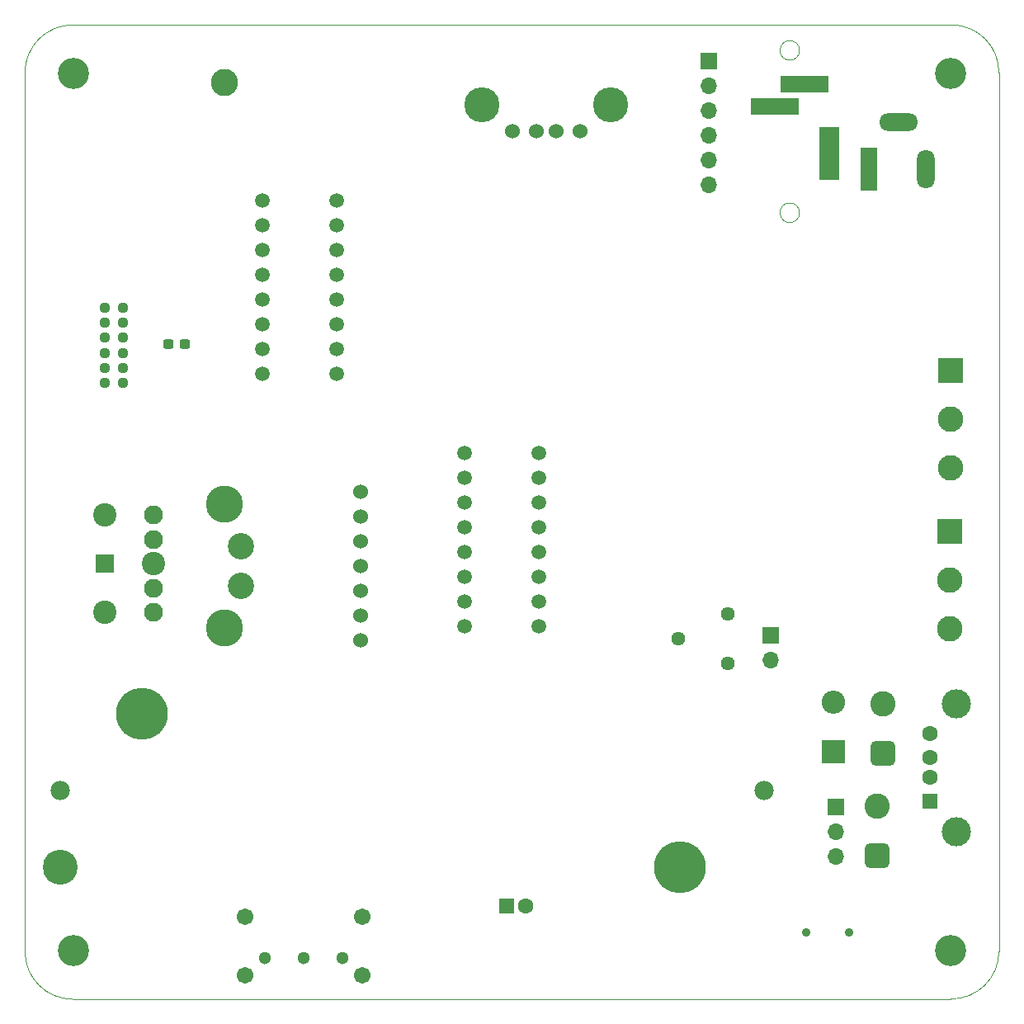
<source format=gbr>
%TF.GenerationSoftware,KiCad,Pcbnew,(6.0.5)*%
%TF.CreationDate,2022-06-30T10:31:43+03:00*%
%TF.ProjectId,test_project_01,74657374-5f70-4726-9f6a-6563745f3031,rev?*%
%TF.SameCoordinates,Original*%
%TF.FileFunction,Soldermask,Bot*%
%TF.FilePolarity,Negative*%
%FSLAX46Y46*%
G04 Gerber Fmt 4.6, Leading zero omitted, Abs format (unit mm)*
G04 Created by KiCad (PCBNEW (6.0.5)) date 2022-06-30 10:31:43*
%MOMM*%
%LPD*%
G01*
G04 APERTURE LIST*
G04 Aperture macros list*
%AMRoundRect*
0 Rectangle with rounded corners*
0 $1 Rounding radius*
0 $2 $3 $4 $5 $6 $7 $8 $9 X,Y pos of 4 corners*
0 Add a 4 corners polygon primitive as box body*
4,1,4,$2,$3,$4,$5,$6,$7,$8,$9,$2,$3,0*
0 Add four circle primitives for the rounded corners*
1,1,$1+$1,$2,$3*
1,1,$1+$1,$4,$5*
1,1,$1+$1,$6,$7*
1,1,$1+$1,$8,$9*
0 Add four rect primitives between the rounded corners*
20,1,$1+$1,$2,$3,$4,$5,0*
20,1,$1+$1,$4,$5,$6,$7,0*
20,1,$1+$1,$6,$7,$8,$9,0*
20,1,$1+$1,$8,$9,$2,$3,0*%
G04 Aperture macros list end*
%TA.AperFunction,Profile*%
%ADD10C,0.100000*%
%TD*%
%TA.AperFunction,Profile*%
%ADD11C,0.120000*%
%TD*%
%ADD12R,2.000000X5.500000*%
%ADD13R,5.000000X1.800000*%
%ADD14C,1.440000*%
%ADD15R,1.700000X1.700000*%
%ADD16O,1.700000X1.700000*%
%ADD17C,1.300000*%
%ADD18C,1.710000*%
%ADD19C,3.810000*%
%ADD20C,2.700000*%
%ADD21C,1.524000*%
%ADD22R,1.500000X1.600000*%
%ADD23C,1.600000*%
%ADD24C,3.000000*%
%ADD25RoundRect,0.650000X0.650000X-0.650000X0.650000X0.650000X-0.650000X0.650000X-0.650000X-0.650000X0*%
%ADD26C,2.600000*%
%ADD27RoundRect,0.101600X-1.206500X1.206500X-1.206500X-1.206500X1.206500X-1.206500X1.206500X1.206500X0*%
%ADD28C,2.616200*%
%ADD29C,3.200000*%
%ADD30C,2.800000*%
%ADD31C,1.500000*%
%ADD32R,1.800000X4.400000*%
%ADD33O,1.800000X4.000000*%
%ADD34O,4.000000X1.800000*%
%ADD35R,2.400000X2.400000*%
%ADD36O,2.400000X2.400000*%
%ADD37C,0.900000*%
%ADD38R,1.600000X1.600000*%
%ADD39C,1.530000*%
%ADD40C,3.600000*%
%ADD41R,1.950000X1.950000*%
%ADD42C,1.950000*%
%ADD43C,2.400000*%
%ADD44C,1.980000*%
%ADD45C,5.325000*%
%ADD46C,3.585000*%
%ADD47RoundRect,0.237500X0.250000X0.237500X-0.250000X0.237500X-0.250000X-0.237500X0.250000X-0.237500X0*%
%ADD48RoundRect,0.237500X-0.300000X-0.237500X0.300000X-0.237500X0.300000X0.237500X-0.300000X0.237500X0*%
G04 APERTURE END LIST*
D10*
X54944997Y-50017243D02*
X145105552Y-50016884D01*
X50038000Y-145054603D02*
X50016884Y-54944848D01*
X145034000Y-149961600D02*
X54894048Y-149982716D01*
X149961600Y-145105552D02*
X149961600Y-54944997D01*
X145034000Y-149961600D02*
G75*
G03*
X149961600Y-145105552I70785J4856299D01*
G01*
X50037998Y-145054603D02*
G75*
G03*
X54894048Y-149982716I4856297J-71293D01*
G01*
X54944997Y-50017243D02*
G75*
G03*
X50016884Y-54944848I-254J-4927859D01*
G01*
X149961599Y-54944997D02*
G75*
G03*
X145105552Y-50016884I-4856299J71291D01*
G01*
D11*
%TO.C,J4*%
X129501800Y-69291200D02*
G75*
G03*
X129501800Y-69291200I-1000000J0D01*
G01*
X129501800Y-52639200D02*
G75*
G03*
X129501800Y-52639200I-1000000J0D01*
G01*
%TD*%
D12*
%TO.C,J4*%
X132549800Y-63195200D03*
D13*
X126961800Y-58369200D03*
X130009800Y-56083200D03*
%TD*%
D14*
%TO.C,RV1*%
X122162000Y-110439200D03*
X117082000Y-112979200D03*
X122162000Y-115519200D03*
%TD*%
D15*
%TO.C,JP2*%
X133197600Y-130240800D03*
D16*
X133197600Y-132780800D03*
X133197600Y-135320800D03*
%TD*%
D17*
%TO.C,S3*%
X82613000Y-145790500D03*
X78613000Y-145790500D03*
X74613000Y-145790500D03*
D18*
X84613000Y-141540500D03*
X84613000Y-147540500D03*
X72613000Y-147540500D03*
X72613000Y-141540500D03*
%TD*%
D19*
%TO.C,U4*%
X70510400Y-99161600D03*
X70510400Y-111861600D03*
D20*
X72161400Y-107543600D03*
X72161400Y-103479600D03*
D21*
X84480400Y-97891600D03*
X84480400Y-100431600D03*
X84480400Y-113131600D03*
X84480400Y-110591600D03*
X84480400Y-108051600D03*
X84480400Y-105511600D03*
X84480400Y-102971600D03*
%TD*%
D15*
%TO.C,J8*%
X120167400Y-53721000D03*
D16*
X120167400Y-56261000D03*
X120167400Y-58801000D03*
X120167400Y-61341000D03*
X120167400Y-63881000D03*
X120167400Y-66421000D03*
%TD*%
D22*
%TO.C,J9*%
X142925200Y-129712600D03*
D23*
X142925200Y-127212600D03*
X142925200Y-125212600D03*
X142925200Y-122712600D03*
D24*
X145635200Y-132782600D03*
X145635200Y-119642600D03*
%TD*%
D25*
%TO.C,J11*%
X137490200Y-135229600D03*
D26*
X137490200Y-130149600D03*
%TD*%
D25*
%TO.C,J12*%
X138023600Y-124764800D03*
D26*
X138023600Y-119684800D03*
%TD*%
D27*
%TO.C,J7*%
X144940020Y-101959410D03*
D28*
X144940020Y-106958130D03*
X144940020Y-111959390D03*
%TD*%
D29*
%TO.C,H4*%
X55000000Y-145000000D03*
%TD*%
D30*
%TO.C,U1*%
X70512600Y-55956200D03*
%TD*%
D29*
%TO.C,H3*%
X145000000Y-145000000D03*
%TD*%
D27*
%TO.C,J6*%
X145008600Y-85496400D03*
D28*
X145008600Y-90495120D03*
X145008600Y-95496380D03*
%TD*%
D31*
%TO.C,S2*%
X95148400Y-93980000D03*
X102768400Y-93980000D03*
X95148400Y-96520000D03*
X102768400Y-96520000D03*
X95148400Y-99060000D03*
X102768400Y-99060000D03*
X95148400Y-101600000D03*
X102768400Y-101600000D03*
X95148400Y-104140000D03*
X102768400Y-104140000D03*
X95148400Y-106680000D03*
X102768400Y-106680000D03*
X95148400Y-109220000D03*
X102768400Y-109220000D03*
X95148400Y-111760000D03*
X102768400Y-111760000D03*
%TD*%
D32*
%TO.C,J5*%
X136626600Y-64811200D03*
D33*
X142426600Y-64811200D03*
D34*
X139626600Y-60011200D03*
%TD*%
D35*
%TO.C,D4*%
X132994400Y-124612400D03*
D36*
X132994400Y-119532400D03*
%TD*%
D29*
%TO.C,H2*%
X145000000Y-55000000D03*
%TD*%
D37*
%TO.C,J10*%
X134584800Y-143123600D03*
X130184800Y-143123600D03*
%TD*%
D15*
%TO.C,J13*%
X126568200Y-112644000D03*
D16*
X126568200Y-115184000D03*
%TD*%
D29*
%TO.C,H1*%
X55000000Y-55000000D03*
%TD*%
D38*
%TO.C,C19*%
X99415600Y-140385800D03*
D23*
X101415600Y-140385800D03*
%TD*%
D39*
%TO.C,J2*%
X107010200Y-60934600D03*
X104510200Y-60934600D03*
X102510200Y-60934600D03*
X100010200Y-60934600D03*
D40*
X110080200Y-58224600D03*
X96940200Y-58224600D03*
%TD*%
D31*
%TO.C,S1*%
X74422000Y-68072000D03*
X82042000Y-68072000D03*
X74422000Y-70612000D03*
X82042000Y-70612000D03*
X74422000Y-73152000D03*
X82042000Y-73152000D03*
X74422000Y-75692000D03*
X82042000Y-75692000D03*
X74422000Y-78232000D03*
X82042000Y-78232000D03*
X74422000Y-80772000D03*
X82042000Y-80772000D03*
X74422000Y-83312000D03*
X82042000Y-83312000D03*
X74422000Y-85852000D03*
X82042000Y-85852000D03*
%TD*%
D41*
%TO.C,J1*%
X58200200Y-105308400D03*
D42*
X63200200Y-100308400D03*
X63200200Y-102808400D03*
X63200200Y-107808400D03*
X63200200Y-110308400D03*
D43*
X58200200Y-100308400D03*
X58200200Y-110308400D03*
X63200200Y-105308400D03*
%TD*%
D44*
%TO.C,U7*%
X125857000Y-128574800D03*
X53657000Y-128574800D03*
D45*
X117217000Y-136444800D03*
D46*
X53657000Y-136444800D03*
D45*
X62017000Y-120704800D03*
%TD*%
D47*
%TO.C,R11*%
X60071600Y-85242400D03*
X58246600Y-85242400D03*
%TD*%
%TO.C,R10*%
X60069100Y-83693000D03*
X58244100Y-83693000D03*
%TD*%
%TO.C,R5*%
X60071600Y-80568800D03*
X58246600Y-80568800D03*
%TD*%
%TO.C,R14*%
X60071600Y-79019400D03*
X58246600Y-79019400D03*
%TD*%
%TO.C,R15*%
X60069100Y-86766400D03*
X58244100Y-86766400D03*
%TD*%
%TO.C,R7*%
X60071600Y-82092800D03*
X58246600Y-82092800D03*
%TD*%
D48*
%TO.C,C26*%
X64720300Y-82753200D03*
X66445300Y-82753200D03*
%TD*%
M02*

</source>
